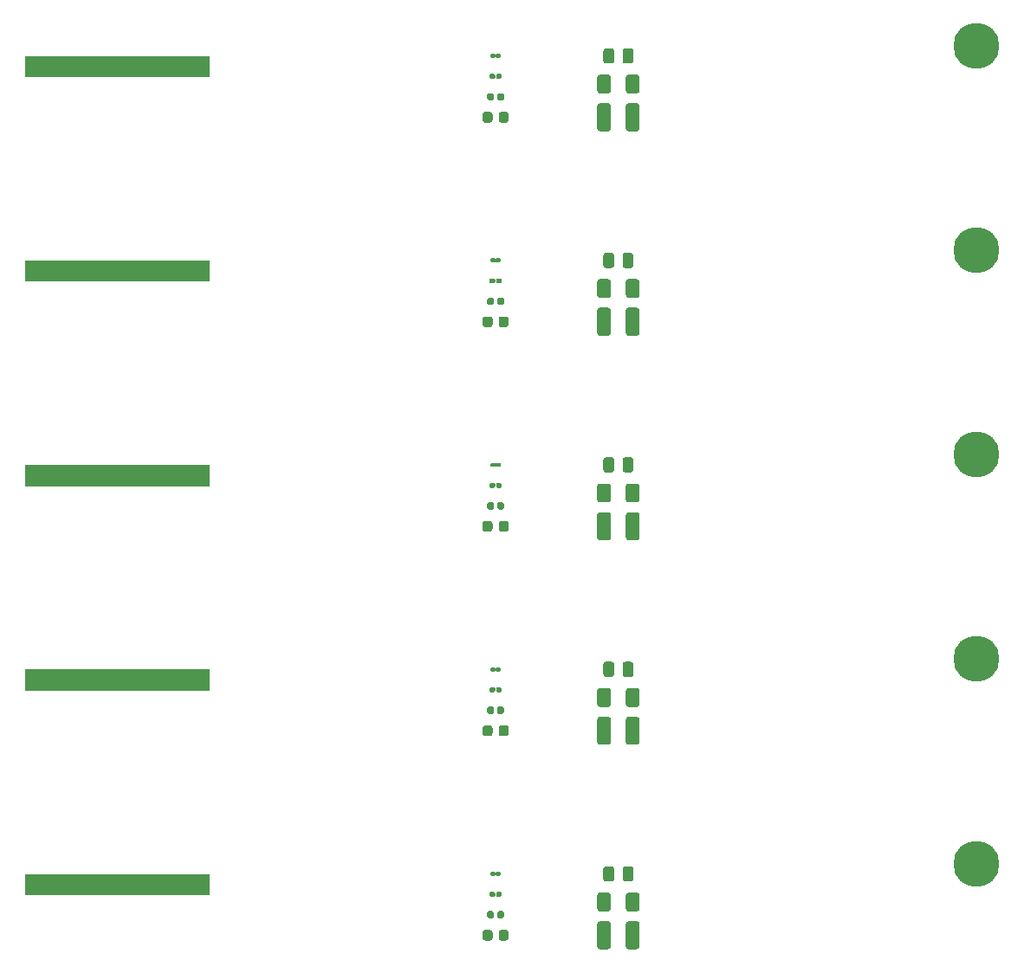
<source format=gbr>
%TF.GenerationSoftware,KiCad,Pcbnew,(5.1.6-0-10_14)*%
%TF.CreationDate,2020-07-24T19:17:44+09:00*%
%TF.ProjectId,pcb_ruler,7063625f-7275-46c6-9572-2e6b69636164,rev?*%
%TF.SameCoordinates,Original*%
%TF.FileFunction,Soldermask,Top*%
%TF.FilePolarity,Negative*%
%FSLAX46Y46*%
G04 Gerber Fmt 4.6, Leading zero omitted, Abs format (unit mm)*
G04 Created by KiCad (PCBNEW (5.1.6-0-10_14)) date 2020-07-24 19:17:44*
%MOMM*%
%LPD*%
G01*
G04 APERTURE LIST*
%ADD10C,0.100000*%
%ADD11C,4.500000*%
%ADD12C,0.800000*%
G04 APERTURE END LIST*
D10*
G36*
X120000000Y-193000000D02*
G01*
X102000000Y-193000000D01*
X102000000Y-191000000D01*
X120000000Y-191000000D01*
X120000000Y-193000000D01*
G37*
X120000000Y-193000000D02*
X102000000Y-193000000D01*
X102000000Y-191000000D01*
X120000000Y-191000000D01*
X120000000Y-193000000D01*
G36*
X120000000Y-173000000D02*
G01*
X102000000Y-173000000D01*
X102000000Y-171000000D01*
X120000000Y-171000000D01*
X120000000Y-173000000D01*
G37*
X120000000Y-173000000D02*
X102000000Y-173000000D01*
X102000000Y-171000000D01*
X120000000Y-171000000D01*
X120000000Y-173000000D01*
G36*
X120000000Y-153000000D02*
G01*
X102000000Y-153000000D01*
X102000000Y-151000000D01*
X120000000Y-151000000D01*
X120000000Y-153000000D01*
G37*
X120000000Y-153000000D02*
X102000000Y-153000000D01*
X102000000Y-151000000D01*
X120000000Y-151000000D01*
X120000000Y-153000000D01*
G36*
X120000000Y-133000000D02*
G01*
X102000000Y-133000000D01*
X102000000Y-131000000D01*
X120000000Y-131000000D01*
X120000000Y-133000000D01*
G37*
X120000000Y-133000000D02*
X102000000Y-133000000D01*
X102000000Y-131000000D01*
X120000000Y-131000000D01*
X120000000Y-133000000D01*
G36*
X120000000Y-113000000D02*
G01*
X102000000Y-113000000D01*
X102000000Y-111000000D01*
X120000000Y-111000000D01*
X120000000Y-113000000D01*
G37*
X120000000Y-113000000D02*
X102000000Y-113000000D01*
X102000000Y-111000000D01*
X120000000Y-111000000D01*
X120000000Y-113000000D01*
%TO.C,1005(0402)*%
G36*
G01*
X148140000Y-195197500D02*
X148140000Y-194802500D01*
G75*
G02*
X148312500Y-194630000I172500J0D01*
G01*
X148657500Y-194630000D01*
G75*
G02*
X148830000Y-194802500I0J-172500D01*
G01*
X148830000Y-195197500D01*
G75*
G02*
X148657500Y-195370000I-172500J0D01*
G01*
X148312500Y-195370000D01*
G75*
G02*
X148140000Y-195197500I0J172500D01*
G01*
G37*
G36*
G01*
X147170000Y-195197500D02*
X147170000Y-194802500D01*
G75*
G02*
X147342500Y-194630000I172500J0D01*
G01*
X147687500Y-194630000D01*
G75*
G02*
X147860000Y-194802500I0J-172500D01*
G01*
X147860000Y-195197500D01*
G75*
G02*
X147687500Y-195370000I-172500J0D01*
G01*
X147342500Y-195370000D01*
G75*
G02*
X147170000Y-195197500I0J172500D01*
G01*
G37*
%TD*%
%TO.C,0603(0201)*%
G36*
G01*
X147400000Y-193125000D02*
X147400000Y-192875000D01*
G75*
G02*
X147525000Y-192750000I125000J0D01*
G01*
X147835000Y-192750000D01*
G75*
G02*
X147960000Y-192875000I0J-125000D01*
G01*
X147960000Y-193125000D01*
G75*
G02*
X147835000Y-193250000I-125000J0D01*
G01*
X147525000Y-193250000D01*
G75*
G02*
X147400000Y-193125000I0J125000D01*
G01*
G37*
G36*
G01*
X148040000Y-193125000D02*
X148040000Y-192875000D01*
G75*
G02*
X148165000Y-192750000I125000J0D01*
G01*
X148475000Y-192750000D01*
G75*
G02*
X148600000Y-192875000I0J-125000D01*
G01*
X148600000Y-193125000D01*
G75*
G02*
X148475000Y-193250000I-125000J0D01*
G01*
X148165000Y-193250000D01*
G75*
G02*
X148040000Y-193125000I0J125000D01*
G01*
G37*
%TD*%
%TO.C,0402(01005)*%
G36*
G01*
X148000000Y-191100000D02*
X148000000Y-190900000D01*
G75*
G02*
X148100000Y-190800000I100000J0D01*
G01*
X148400000Y-190800000D01*
G75*
G02*
X148500000Y-190900000I0J-100000D01*
G01*
X148500000Y-191100000D01*
G75*
G02*
X148400000Y-191200000I-100000J0D01*
G01*
X148100000Y-191200000D01*
G75*
G02*
X148000000Y-191100000I0J100000D01*
G01*
G37*
G36*
G01*
X147500000Y-191100000D02*
X147500000Y-190900000D01*
G75*
G02*
X147600000Y-190800000I100000J0D01*
G01*
X147900000Y-190800000D01*
G75*
G02*
X148000000Y-190900000I0J-100000D01*
G01*
X148000000Y-191100000D01*
G75*
G02*
X147900000Y-191200000I-100000J0D01*
G01*
X147600000Y-191200000D01*
G75*
G02*
X147500000Y-191100000I0J100000D01*
G01*
G37*
%TD*%
%TO.C,1608(0603)*%
G36*
G01*
X148300000Y-197281250D02*
X148300000Y-196718750D01*
G75*
G02*
X148543750Y-196475000I243750J0D01*
G01*
X149031250Y-196475000D01*
G75*
G02*
X149275000Y-196718750I0J-243750D01*
G01*
X149275000Y-197281250D01*
G75*
G02*
X149031250Y-197525000I-243750J0D01*
G01*
X148543750Y-197525000D01*
G75*
G02*
X148300000Y-197281250I0J243750D01*
G01*
G37*
G36*
G01*
X146725000Y-197281250D02*
X146725000Y-196718750D01*
G75*
G02*
X146968750Y-196475000I243750J0D01*
G01*
X147456250Y-196475000D01*
G75*
G02*
X147700000Y-196718750I0J-243750D01*
G01*
X147700000Y-197281250D01*
G75*
G02*
X147456250Y-197525000I-243750J0D01*
G01*
X146968750Y-197525000D01*
G75*
G02*
X146725000Y-197281250I0J243750D01*
G01*
G37*
%TD*%
%TO.C,2012(0805)*%
G36*
G01*
X160400000Y-191481250D02*
X160400000Y-190518750D01*
G75*
G02*
X160668750Y-190250000I268750J0D01*
G01*
X161206250Y-190250000D01*
G75*
G02*
X161475000Y-190518750I0J-268750D01*
G01*
X161475000Y-191481250D01*
G75*
G02*
X161206250Y-191750000I-268750J0D01*
G01*
X160668750Y-191750000D01*
G75*
G02*
X160400000Y-191481250I0J268750D01*
G01*
G37*
G36*
G01*
X158525000Y-191481250D02*
X158525000Y-190518750D01*
G75*
G02*
X158793750Y-190250000I268750J0D01*
G01*
X159331250Y-190250000D01*
G75*
G02*
X159600000Y-190518750I0J-268750D01*
G01*
X159600000Y-191481250D01*
G75*
G02*
X159331250Y-191750000I-268750J0D01*
G01*
X158793750Y-191750000D01*
G75*
G02*
X158525000Y-191481250I0J268750D01*
G01*
G37*
%TD*%
%TO.C,3216(1206)*%
G36*
G01*
X157925000Y-194405000D02*
X157925000Y-193095000D01*
G75*
G02*
X158195000Y-192825000I270000J0D01*
G01*
X159005000Y-192825000D01*
G75*
G02*
X159275000Y-193095000I0J-270000D01*
G01*
X159275000Y-194405000D01*
G75*
G02*
X159005000Y-194675000I-270000J0D01*
G01*
X158195000Y-194675000D01*
G75*
G02*
X157925000Y-194405000I0J270000D01*
G01*
G37*
G36*
G01*
X160725000Y-194405000D02*
X160725000Y-193095000D01*
G75*
G02*
X160995000Y-192825000I270000J0D01*
G01*
X161805000Y-192825000D01*
G75*
G02*
X162075000Y-193095000I0J-270000D01*
G01*
X162075000Y-194405000D01*
G75*
G02*
X161805000Y-194675000I-270000J0D01*
G01*
X160995000Y-194675000D01*
G75*
G02*
X160725000Y-194405000I0J270000D01*
G01*
G37*
%TD*%
%TO.C,3225(1210)*%
G36*
G01*
X157925000Y-198105000D02*
X157925000Y-195895000D01*
G75*
G02*
X158195000Y-195625000I270000J0D01*
G01*
X159005000Y-195625000D01*
G75*
G02*
X159275000Y-195895000I0J-270000D01*
G01*
X159275000Y-198105000D01*
G75*
G02*
X159005000Y-198375000I-270000J0D01*
G01*
X158195000Y-198375000D01*
G75*
G02*
X157925000Y-198105000I0J270000D01*
G01*
G37*
G36*
G01*
X160725000Y-198105000D02*
X160725000Y-195895000D01*
G75*
G02*
X160995000Y-195625000I270000J0D01*
G01*
X161805000Y-195625000D01*
G75*
G02*
X162075000Y-195895000I0J-270000D01*
G01*
X162075000Y-198105000D01*
G75*
G02*
X161805000Y-198375000I-270000J0D01*
G01*
X160995000Y-198375000D01*
G75*
G02*
X160725000Y-198105000I0J270000D01*
G01*
G37*
%TD*%
D11*
%TO.C,REF\u002A\u002A*%
X195000000Y-190000000D03*
D12*
X196650000Y-190000000D03*
X196166726Y-191166726D03*
X195000000Y-191650000D03*
X193833274Y-191166726D03*
X193350000Y-190000000D03*
X193833274Y-188833274D03*
X195000000Y-188350000D03*
X196166726Y-188833274D03*
%TD*%
%TO.C,1005(0402)*%
G36*
G01*
X148140000Y-175197500D02*
X148140000Y-174802500D01*
G75*
G02*
X148312500Y-174630000I172500J0D01*
G01*
X148657500Y-174630000D01*
G75*
G02*
X148830000Y-174802500I0J-172500D01*
G01*
X148830000Y-175197500D01*
G75*
G02*
X148657500Y-175370000I-172500J0D01*
G01*
X148312500Y-175370000D01*
G75*
G02*
X148140000Y-175197500I0J172500D01*
G01*
G37*
G36*
G01*
X147170000Y-175197500D02*
X147170000Y-174802500D01*
G75*
G02*
X147342500Y-174630000I172500J0D01*
G01*
X147687500Y-174630000D01*
G75*
G02*
X147860000Y-174802500I0J-172500D01*
G01*
X147860000Y-175197500D01*
G75*
G02*
X147687500Y-175370000I-172500J0D01*
G01*
X147342500Y-175370000D01*
G75*
G02*
X147170000Y-175197500I0J172500D01*
G01*
G37*
%TD*%
%TO.C,0603(0201)*%
G36*
G01*
X147400000Y-173125000D02*
X147400000Y-172875000D01*
G75*
G02*
X147525000Y-172750000I125000J0D01*
G01*
X147835000Y-172750000D01*
G75*
G02*
X147960000Y-172875000I0J-125000D01*
G01*
X147960000Y-173125000D01*
G75*
G02*
X147835000Y-173250000I-125000J0D01*
G01*
X147525000Y-173250000D01*
G75*
G02*
X147400000Y-173125000I0J125000D01*
G01*
G37*
G36*
G01*
X148040000Y-173125000D02*
X148040000Y-172875000D01*
G75*
G02*
X148165000Y-172750000I125000J0D01*
G01*
X148475000Y-172750000D01*
G75*
G02*
X148600000Y-172875000I0J-125000D01*
G01*
X148600000Y-173125000D01*
G75*
G02*
X148475000Y-173250000I-125000J0D01*
G01*
X148165000Y-173250000D01*
G75*
G02*
X148040000Y-173125000I0J125000D01*
G01*
G37*
%TD*%
%TO.C,0402(01005)*%
G36*
G01*
X148000000Y-171100000D02*
X148000000Y-170900000D01*
G75*
G02*
X148100000Y-170800000I100000J0D01*
G01*
X148400000Y-170800000D01*
G75*
G02*
X148500000Y-170900000I0J-100000D01*
G01*
X148500000Y-171100000D01*
G75*
G02*
X148400000Y-171200000I-100000J0D01*
G01*
X148100000Y-171200000D01*
G75*
G02*
X148000000Y-171100000I0J100000D01*
G01*
G37*
G36*
G01*
X147500000Y-171100000D02*
X147500000Y-170900000D01*
G75*
G02*
X147600000Y-170800000I100000J0D01*
G01*
X147900000Y-170800000D01*
G75*
G02*
X148000000Y-170900000I0J-100000D01*
G01*
X148000000Y-171100000D01*
G75*
G02*
X147900000Y-171200000I-100000J0D01*
G01*
X147600000Y-171200000D01*
G75*
G02*
X147500000Y-171100000I0J100000D01*
G01*
G37*
%TD*%
%TO.C,1608(0603)*%
G36*
G01*
X148300000Y-177281250D02*
X148300000Y-176718750D01*
G75*
G02*
X148543750Y-176475000I243750J0D01*
G01*
X149031250Y-176475000D01*
G75*
G02*
X149275000Y-176718750I0J-243750D01*
G01*
X149275000Y-177281250D01*
G75*
G02*
X149031250Y-177525000I-243750J0D01*
G01*
X148543750Y-177525000D01*
G75*
G02*
X148300000Y-177281250I0J243750D01*
G01*
G37*
G36*
G01*
X146725000Y-177281250D02*
X146725000Y-176718750D01*
G75*
G02*
X146968750Y-176475000I243750J0D01*
G01*
X147456250Y-176475000D01*
G75*
G02*
X147700000Y-176718750I0J-243750D01*
G01*
X147700000Y-177281250D01*
G75*
G02*
X147456250Y-177525000I-243750J0D01*
G01*
X146968750Y-177525000D01*
G75*
G02*
X146725000Y-177281250I0J243750D01*
G01*
G37*
%TD*%
%TO.C,2012(0805)*%
G36*
G01*
X160400000Y-171481250D02*
X160400000Y-170518750D01*
G75*
G02*
X160668750Y-170250000I268750J0D01*
G01*
X161206250Y-170250000D01*
G75*
G02*
X161475000Y-170518750I0J-268750D01*
G01*
X161475000Y-171481250D01*
G75*
G02*
X161206250Y-171750000I-268750J0D01*
G01*
X160668750Y-171750000D01*
G75*
G02*
X160400000Y-171481250I0J268750D01*
G01*
G37*
G36*
G01*
X158525000Y-171481250D02*
X158525000Y-170518750D01*
G75*
G02*
X158793750Y-170250000I268750J0D01*
G01*
X159331250Y-170250000D01*
G75*
G02*
X159600000Y-170518750I0J-268750D01*
G01*
X159600000Y-171481250D01*
G75*
G02*
X159331250Y-171750000I-268750J0D01*
G01*
X158793750Y-171750000D01*
G75*
G02*
X158525000Y-171481250I0J268750D01*
G01*
G37*
%TD*%
%TO.C,3216(1206)*%
G36*
G01*
X157925000Y-174405000D02*
X157925000Y-173095000D01*
G75*
G02*
X158195000Y-172825000I270000J0D01*
G01*
X159005000Y-172825000D01*
G75*
G02*
X159275000Y-173095000I0J-270000D01*
G01*
X159275000Y-174405000D01*
G75*
G02*
X159005000Y-174675000I-270000J0D01*
G01*
X158195000Y-174675000D01*
G75*
G02*
X157925000Y-174405000I0J270000D01*
G01*
G37*
G36*
G01*
X160725000Y-174405000D02*
X160725000Y-173095000D01*
G75*
G02*
X160995000Y-172825000I270000J0D01*
G01*
X161805000Y-172825000D01*
G75*
G02*
X162075000Y-173095000I0J-270000D01*
G01*
X162075000Y-174405000D01*
G75*
G02*
X161805000Y-174675000I-270000J0D01*
G01*
X160995000Y-174675000D01*
G75*
G02*
X160725000Y-174405000I0J270000D01*
G01*
G37*
%TD*%
%TO.C,3225(1210)*%
G36*
G01*
X157925000Y-178105000D02*
X157925000Y-175895000D01*
G75*
G02*
X158195000Y-175625000I270000J0D01*
G01*
X159005000Y-175625000D01*
G75*
G02*
X159275000Y-175895000I0J-270000D01*
G01*
X159275000Y-178105000D01*
G75*
G02*
X159005000Y-178375000I-270000J0D01*
G01*
X158195000Y-178375000D01*
G75*
G02*
X157925000Y-178105000I0J270000D01*
G01*
G37*
G36*
G01*
X160725000Y-178105000D02*
X160725000Y-175895000D01*
G75*
G02*
X160995000Y-175625000I270000J0D01*
G01*
X161805000Y-175625000D01*
G75*
G02*
X162075000Y-175895000I0J-270000D01*
G01*
X162075000Y-178105000D01*
G75*
G02*
X161805000Y-178375000I-270000J0D01*
G01*
X160995000Y-178375000D01*
G75*
G02*
X160725000Y-178105000I0J270000D01*
G01*
G37*
%TD*%
D11*
%TO.C,REF\u002A\u002A*%
X195000000Y-170000000D03*
D12*
X196650000Y-170000000D03*
X196166726Y-171166726D03*
X195000000Y-171650000D03*
X193833274Y-171166726D03*
X193350000Y-170000000D03*
X193833274Y-168833274D03*
X195000000Y-168350000D03*
X196166726Y-168833274D03*
%TD*%
%TO.C,1005(0402)*%
G36*
G01*
X148140000Y-155197500D02*
X148140000Y-154802500D01*
G75*
G02*
X148312500Y-154630000I172500J0D01*
G01*
X148657500Y-154630000D01*
G75*
G02*
X148830000Y-154802500I0J-172500D01*
G01*
X148830000Y-155197500D01*
G75*
G02*
X148657500Y-155370000I-172500J0D01*
G01*
X148312500Y-155370000D01*
G75*
G02*
X148140000Y-155197500I0J172500D01*
G01*
G37*
G36*
G01*
X147170000Y-155197500D02*
X147170000Y-154802500D01*
G75*
G02*
X147342500Y-154630000I172500J0D01*
G01*
X147687500Y-154630000D01*
G75*
G02*
X147860000Y-154802500I0J-172500D01*
G01*
X147860000Y-155197500D01*
G75*
G02*
X147687500Y-155370000I-172500J0D01*
G01*
X147342500Y-155370000D01*
G75*
G02*
X147170000Y-155197500I0J172500D01*
G01*
G37*
%TD*%
%TO.C,0603(0201)*%
G36*
G01*
X147400000Y-153125000D02*
X147400000Y-152875000D01*
G75*
G02*
X147525000Y-152750000I125000J0D01*
G01*
X147835000Y-152750000D01*
G75*
G02*
X147960000Y-152875000I0J-125000D01*
G01*
X147960000Y-153125000D01*
G75*
G02*
X147835000Y-153250000I-125000J0D01*
G01*
X147525000Y-153250000D01*
G75*
G02*
X147400000Y-153125000I0J125000D01*
G01*
G37*
G36*
G01*
X148040000Y-153125000D02*
X148040000Y-152875000D01*
G75*
G02*
X148165000Y-152750000I125000J0D01*
G01*
X148475000Y-152750000D01*
G75*
G02*
X148600000Y-152875000I0J-125000D01*
G01*
X148600000Y-153125000D01*
G75*
G02*
X148475000Y-153250000I-125000J0D01*
G01*
X148165000Y-153250000D01*
G75*
G02*
X148040000Y-153125000I0J125000D01*
G01*
G37*
%TD*%
%TO.C,0402(01005)*%
G36*
G01*
X148000000Y-151100000D02*
X148000000Y-150900000D01*
G75*
G02*
X148100000Y-150800000I100000J0D01*
G01*
X148400000Y-150800000D01*
G75*
G02*
X148500000Y-150900000I0J-100000D01*
G01*
X148500000Y-151100000D01*
G75*
G02*
X148400000Y-151200000I-100000J0D01*
G01*
X148100000Y-151200000D01*
G75*
G02*
X148000000Y-151100000I0J100000D01*
G01*
G37*
G36*
G01*
X147500000Y-151100000D02*
X147500000Y-150900000D01*
G75*
G02*
X147600000Y-150800000I100000J0D01*
G01*
X147900000Y-150800000D01*
G75*
G02*
X148000000Y-150900000I0J-100000D01*
G01*
X148000000Y-151100000D01*
G75*
G02*
X147900000Y-151200000I-100000J0D01*
G01*
X147600000Y-151200000D01*
G75*
G02*
X147500000Y-151100000I0J100000D01*
G01*
G37*
%TD*%
%TO.C,1608(0603)*%
G36*
G01*
X148300000Y-157281250D02*
X148300000Y-156718750D01*
G75*
G02*
X148543750Y-156475000I243750J0D01*
G01*
X149031250Y-156475000D01*
G75*
G02*
X149275000Y-156718750I0J-243750D01*
G01*
X149275000Y-157281250D01*
G75*
G02*
X149031250Y-157525000I-243750J0D01*
G01*
X148543750Y-157525000D01*
G75*
G02*
X148300000Y-157281250I0J243750D01*
G01*
G37*
G36*
G01*
X146725000Y-157281250D02*
X146725000Y-156718750D01*
G75*
G02*
X146968750Y-156475000I243750J0D01*
G01*
X147456250Y-156475000D01*
G75*
G02*
X147700000Y-156718750I0J-243750D01*
G01*
X147700000Y-157281250D01*
G75*
G02*
X147456250Y-157525000I-243750J0D01*
G01*
X146968750Y-157525000D01*
G75*
G02*
X146725000Y-157281250I0J243750D01*
G01*
G37*
%TD*%
%TO.C,2012(0805)*%
G36*
G01*
X160400000Y-151481250D02*
X160400000Y-150518750D01*
G75*
G02*
X160668750Y-150250000I268750J0D01*
G01*
X161206250Y-150250000D01*
G75*
G02*
X161475000Y-150518750I0J-268750D01*
G01*
X161475000Y-151481250D01*
G75*
G02*
X161206250Y-151750000I-268750J0D01*
G01*
X160668750Y-151750000D01*
G75*
G02*
X160400000Y-151481250I0J268750D01*
G01*
G37*
G36*
G01*
X158525000Y-151481250D02*
X158525000Y-150518750D01*
G75*
G02*
X158793750Y-150250000I268750J0D01*
G01*
X159331250Y-150250000D01*
G75*
G02*
X159600000Y-150518750I0J-268750D01*
G01*
X159600000Y-151481250D01*
G75*
G02*
X159331250Y-151750000I-268750J0D01*
G01*
X158793750Y-151750000D01*
G75*
G02*
X158525000Y-151481250I0J268750D01*
G01*
G37*
%TD*%
%TO.C,3216(1206)*%
G36*
G01*
X157925000Y-154405000D02*
X157925000Y-153095000D01*
G75*
G02*
X158195000Y-152825000I270000J0D01*
G01*
X159005000Y-152825000D01*
G75*
G02*
X159275000Y-153095000I0J-270000D01*
G01*
X159275000Y-154405000D01*
G75*
G02*
X159005000Y-154675000I-270000J0D01*
G01*
X158195000Y-154675000D01*
G75*
G02*
X157925000Y-154405000I0J270000D01*
G01*
G37*
G36*
G01*
X160725000Y-154405000D02*
X160725000Y-153095000D01*
G75*
G02*
X160995000Y-152825000I270000J0D01*
G01*
X161805000Y-152825000D01*
G75*
G02*
X162075000Y-153095000I0J-270000D01*
G01*
X162075000Y-154405000D01*
G75*
G02*
X161805000Y-154675000I-270000J0D01*
G01*
X160995000Y-154675000D01*
G75*
G02*
X160725000Y-154405000I0J270000D01*
G01*
G37*
%TD*%
%TO.C,3225(1210)*%
G36*
G01*
X157925000Y-158105000D02*
X157925000Y-155895000D01*
G75*
G02*
X158195000Y-155625000I270000J0D01*
G01*
X159005000Y-155625000D01*
G75*
G02*
X159275000Y-155895000I0J-270000D01*
G01*
X159275000Y-158105000D01*
G75*
G02*
X159005000Y-158375000I-270000J0D01*
G01*
X158195000Y-158375000D01*
G75*
G02*
X157925000Y-158105000I0J270000D01*
G01*
G37*
G36*
G01*
X160725000Y-158105000D02*
X160725000Y-155895000D01*
G75*
G02*
X160995000Y-155625000I270000J0D01*
G01*
X161805000Y-155625000D01*
G75*
G02*
X162075000Y-155895000I0J-270000D01*
G01*
X162075000Y-158105000D01*
G75*
G02*
X161805000Y-158375000I-270000J0D01*
G01*
X160995000Y-158375000D01*
G75*
G02*
X160725000Y-158105000I0J270000D01*
G01*
G37*
%TD*%
D11*
%TO.C,REF\u002A\u002A*%
X195000000Y-150000000D03*
D12*
X196650000Y-150000000D03*
X196166726Y-151166726D03*
X195000000Y-151650000D03*
X193833274Y-151166726D03*
X193350000Y-150000000D03*
X193833274Y-148833274D03*
X195000000Y-148350000D03*
X196166726Y-148833274D03*
%TD*%
%TO.C,1005(0402)*%
G36*
G01*
X148140000Y-135197500D02*
X148140000Y-134802500D01*
G75*
G02*
X148312500Y-134630000I172500J0D01*
G01*
X148657500Y-134630000D01*
G75*
G02*
X148830000Y-134802500I0J-172500D01*
G01*
X148830000Y-135197500D01*
G75*
G02*
X148657500Y-135370000I-172500J0D01*
G01*
X148312500Y-135370000D01*
G75*
G02*
X148140000Y-135197500I0J172500D01*
G01*
G37*
G36*
G01*
X147170000Y-135197500D02*
X147170000Y-134802500D01*
G75*
G02*
X147342500Y-134630000I172500J0D01*
G01*
X147687500Y-134630000D01*
G75*
G02*
X147860000Y-134802500I0J-172500D01*
G01*
X147860000Y-135197500D01*
G75*
G02*
X147687500Y-135370000I-172500J0D01*
G01*
X147342500Y-135370000D01*
G75*
G02*
X147170000Y-135197500I0J172500D01*
G01*
G37*
%TD*%
%TO.C,0603(0201)*%
G36*
G01*
X147400000Y-133125000D02*
X147400000Y-132875000D01*
G75*
G02*
X147525000Y-132750000I125000J0D01*
G01*
X147835000Y-132750000D01*
G75*
G02*
X147960000Y-132875000I0J-125000D01*
G01*
X147960000Y-133125000D01*
G75*
G02*
X147835000Y-133250000I-125000J0D01*
G01*
X147525000Y-133250000D01*
G75*
G02*
X147400000Y-133125000I0J125000D01*
G01*
G37*
G36*
G01*
X148040000Y-133125000D02*
X148040000Y-132875000D01*
G75*
G02*
X148165000Y-132750000I125000J0D01*
G01*
X148475000Y-132750000D01*
G75*
G02*
X148600000Y-132875000I0J-125000D01*
G01*
X148600000Y-133125000D01*
G75*
G02*
X148475000Y-133250000I-125000J0D01*
G01*
X148165000Y-133250000D01*
G75*
G02*
X148040000Y-133125000I0J125000D01*
G01*
G37*
%TD*%
%TO.C,0402(01005)*%
G36*
G01*
X148000000Y-131100000D02*
X148000000Y-130900000D01*
G75*
G02*
X148100000Y-130800000I100000J0D01*
G01*
X148400000Y-130800000D01*
G75*
G02*
X148500000Y-130900000I0J-100000D01*
G01*
X148500000Y-131100000D01*
G75*
G02*
X148400000Y-131200000I-100000J0D01*
G01*
X148100000Y-131200000D01*
G75*
G02*
X148000000Y-131100000I0J100000D01*
G01*
G37*
G36*
G01*
X147500000Y-131100000D02*
X147500000Y-130900000D01*
G75*
G02*
X147600000Y-130800000I100000J0D01*
G01*
X147900000Y-130800000D01*
G75*
G02*
X148000000Y-130900000I0J-100000D01*
G01*
X148000000Y-131100000D01*
G75*
G02*
X147900000Y-131200000I-100000J0D01*
G01*
X147600000Y-131200000D01*
G75*
G02*
X147500000Y-131100000I0J100000D01*
G01*
G37*
%TD*%
%TO.C,1608(0603)*%
G36*
G01*
X148300000Y-137281250D02*
X148300000Y-136718750D01*
G75*
G02*
X148543750Y-136475000I243750J0D01*
G01*
X149031250Y-136475000D01*
G75*
G02*
X149275000Y-136718750I0J-243750D01*
G01*
X149275000Y-137281250D01*
G75*
G02*
X149031250Y-137525000I-243750J0D01*
G01*
X148543750Y-137525000D01*
G75*
G02*
X148300000Y-137281250I0J243750D01*
G01*
G37*
G36*
G01*
X146725000Y-137281250D02*
X146725000Y-136718750D01*
G75*
G02*
X146968750Y-136475000I243750J0D01*
G01*
X147456250Y-136475000D01*
G75*
G02*
X147700000Y-136718750I0J-243750D01*
G01*
X147700000Y-137281250D01*
G75*
G02*
X147456250Y-137525000I-243750J0D01*
G01*
X146968750Y-137525000D01*
G75*
G02*
X146725000Y-137281250I0J243750D01*
G01*
G37*
%TD*%
%TO.C,2012(0805)*%
G36*
G01*
X160400000Y-131481250D02*
X160400000Y-130518750D01*
G75*
G02*
X160668750Y-130250000I268750J0D01*
G01*
X161206250Y-130250000D01*
G75*
G02*
X161475000Y-130518750I0J-268750D01*
G01*
X161475000Y-131481250D01*
G75*
G02*
X161206250Y-131750000I-268750J0D01*
G01*
X160668750Y-131750000D01*
G75*
G02*
X160400000Y-131481250I0J268750D01*
G01*
G37*
G36*
G01*
X158525000Y-131481250D02*
X158525000Y-130518750D01*
G75*
G02*
X158793750Y-130250000I268750J0D01*
G01*
X159331250Y-130250000D01*
G75*
G02*
X159600000Y-130518750I0J-268750D01*
G01*
X159600000Y-131481250D01*
G75*
G02*
X159331250Y-131750000I-268750J0D01*
G01*
X158793750Y-131750000D01*
G75*
G02*
X158525000Y-131481250I0J268750D01*
G01*
G37*
%TD*%
%TO.C,3216(1206)*%
G36*
G01*
X157925000Y-134405000D02*
X157925000Y-133095000D01*
G75*
G02*
X158195000Y-132825000I270000J0D01*
G01*
X159005000Y-132825000D01*
G75*
G02*
X159275000Y-133095000I0J-270000D01*
G01*
X159275000Y-134405000D01*
G75*
G02*
X159005000Y-134675000I-270000J0D01*
G01*
X158195000Y-134675000D01*
G75*
G02*
X157925000Y-134405000I0J270000D01*
G01*
G37*
G36*
G01*
X160725000Y-134405000D02*
X160725000Y-133095000D01*
G75*
G02*
X160995000Y-132825000I270000J0D01*
G01*
X161805000Y-132825000D01*
G75*
G02*
X162075000Y-133095000I0J-270000D01*
G01*
X162075000Y-134405000D01*
G75*
G02*
X161805000Y-134675000I-270000J0D01*
G01*
X160995000Y-134675000D01*
G75*
G02*
X160725000Y-134405000I0J270000D01*
G01*
G37*
%TD*%
%TO.C,3225(1210)*%
G36*
G01*
X157925000Y-138105000D02*
X157925000Y-135895000D01*
G75*
G02*
X158195000Y-135625000I270000J0D01*
G01*
X159005000Y-135625000D01*
G75*
G02*
X159275000Y-135895000I0J-270000D01*
G01*
X159275000Y-138105000D01*
G75*
G02*
X159005000Y-138375000I-270000J0D01*
G01*
X158195000Y-138375000D01*
G75*
G02*
X157925000Y-138105000I0J270000D01*
G01*
G37*
G36*
G01*
X160725000Y-138105000D02*
X160725000Y-135895000D01*
G75*
G02*
X160995000Y-135625000I270000J0D01*
G01*
X161805000Y-135625000D01*
G75*
G02*
X162075000Y-135895000I0J-270000D01*
G01*
X162075000Y-138105000D01*
G75*
G02*
X161805000Y-138375000I-270000J0D01*
G01*
X160995000Y-138375000D01*
G75*
G02*
X160725000Y-138105000I0J270000D01*
G01*
G37*
%TD*%
D11*
%TO.C,REF\u002A\u002A*%
X195000000Y-130000000D03*
D12*
X196650000Y-130000000D03*
X196166726Y-131166726D03*
X195000000Y-131650000D03*
X193833274Y-131166726D03*
X193350000Y-130000000D03*
X193833274Y-128833274D03*
X195000000Y-128350000D03*
X196166726Y-128833274D03*
%TD*%
%TO.C,REF\u002A\u002A*%
X196166726Y-108833274D03*
X195000000Y-108350000D03*
X193833274Y-108833274D03*
X193350000Y-110000000D03*
X193833274Y-111166726D03*
X195000000Y-111650000D03*
X196166726Y-111166726D03*
X196650000Y-110000000D03*
D11*
X195000000Y-110000000D03*
%TD*%
%TO.C,3225(1210)*%
G36*
G01*
X160725000Y-118105000D02*
X160725000Y-115895000D01*
G75*
G02*
X160995000Y-115625000I270000J0D01*
G01*
X161805000Y-115625000D01*
G75*
G02*
X162075000Y-115895000I0J-270000D01*
G01*
X162075000Y-118105000D01*
G75*
G02*
X161805000Y-118375000I-270000J0D01*
G01*
X160995000Y-118375000D01*
G75*
G02*
X160725000Y-118105000I0J270000D01*
G01*
G37*
G36*
G01*
X157925000Y-118105000D02*
X157925000Y-115895000D01*
G75*
G02*
X158195000Y-115625000I270000J0D01*
G01*
X159005000Y-115625000D01*
G75*
G02*
X159275000Y-115895000I0J-270000D01*
G01*
X159275000Y-118105000D01*
G75*
G02*
X159005000Y-118375000I-270000J0D01*
G01*
X158195000Y-118375000D01*
G75*
G02*
X157925000Y-118105000I0J270000D01*
G01*
G37*
%TD*%
%TO.C,3216(1206)*%
G36*
G01*
X160725000Y-114405000D02*
X160725000Y-113095000D01*
G75*
G02*
X160995000Y-112825000I270000J0D01*
G01*
X161805000Y-112825000D01*
G75*
G02*
X162075000Y-113095000I0J-270000D01*
G01*
X162075000Y-114405000D01*
G75*
G02*
X161805000Y-114675000I-270000J0D01*
G01*
X160995000Y-114675000D01*
G75*
G02*
X160725000Y-114405000I0J270000D01*
G01*
G37*
G36*
G01*
X157925000Y-114405000D02*
X157925000Y-113095000D01*
G75*
G02*
X158195000Y-112825000I270000J0D01*
G01*
X159005000Y-112825000D01*
G75*
G02*
X159275000Y-113095000I0J-270000D01*
G01*
X159275000Y-114405000D01*
G75*
G02*
X159005000Y-114675000I-270000J0D01*
G01*
X158195000Y-114675000D01*
G75*
G02*
X157925000Y-114405000I0J270000D01*
G01*
G37*
%TD*%
%TO.C,2012(0805)*%
G36*
G01*
X158525000Y-111481250D02*
X158525000Y-110518750D01*
G75*
G02*
X158793750Y-110250000I268750J0D01*
G01*
X159331250Y-110250000D01*
G75*
G02*
X159600000Y-110518750I0J-268750D01*
G01*
X159600000Y-111481250D01*
G75*
G02*
X159331250Y-111750000I-268750J0D01*
G01*
X158793750Y-111750000D01*
G75*
G02*
X158525000Y-111481250I0J268750D01*
G01*
G37*
G36*
G01*
X160400000Y-111481250D02*
X160400000Y-110518750D01*
G75*
G02*
X160668750Y-110250000I268750J0D01*
G01*
X161206250Y-110250000D01*
G75*
G02*
X161475000Y-110518750I0J-268750D01*
G01*
X161475000Y-111481250D01*
G75*
G02*
X161206250Y-111750000I-268750J0D01*
G01*
X160668750Y-111750000D01*
G75*
G02*
X160400000Y-111481250I0J268750D01*
G01*
G37*
%TD*%
%TO.C,1608(0603)*%
G36*
G01*
X146725000Y-117281250D02*
X146725000Y-116718750D01*
G75*
G02*
X146968750Y-116475000I243750J0D01*
G01*
X147456250Y-116475000D01*
G75*
G02*
X147700000Y-116718750I0J-243750D01*
G01*
X147700000Y-117281250D01*
G75*
G02*
X147456250Y-117525000I-243750J0D01*
G01*
X146968750Y-117525000D01*
G75*
G02*
X146725000Y-117281250I0J243750D01*
G01*
G37*
G36*
G01*
X148300000Y-117281250D02*
X148300000Y-116718750D01*
G75*
G02*
X148543750Y-116475000I243750J0D01*
G01*
X149031250Y-116475000D01*
G75*
G02*
X149275000Y-116718750I0J-243750D01*
G01*
X149275000Y-117281250D01*
G75*
G02*
X149031250Y-117525000I-243750J0D01*
G01*
X148543750Y-117525000D01*
G75*
G02*
X148300000Y-117281250I0J243750D01*
G01*
G37*
%TD*%
%TO.C,0402(01005)*%
G36*
G01*
X147500000Y-111100000D02*
X147500000Y-110900000D01*
G75*
G02*
X147600000Y-110800000I100000J0D01*
G01*
X147900000Y-110800000D01*
G75*
G02*
X148000000Y-110900000I0J-100000D01*
G01*
X148000000Y-111100000D01*
G75*
G02*
X147900000Y-111200000I-100000J0D01*
G01*
X147600000Y-111200000D01*
G75*
G02*
X147500000Y-111100000I0J100000D01*
G01*
G37*
G36*
G01*
X148000000Y-111100000D02*
X148000000Y-110900000D01*
G75*
G02*
X148100000Y-110800000I100000J0D01*
G01*
X148400000Y-110800000D01*
G75*
G02*
X148500000Y-110900000I0J-100000D01*
G01*
X148500000Y-111100000D01*
G75*
G02*
X148400000Y-111200000I-100000J0D01*
G01*
X148100000Y-111200000D01*
G75*
G02*
X148000000Y-111100000I0J100000D01*
G01*
G37*
%TD*%
%TO.C,0603(0201)*%
G36*
G01*
X148040000Y-113125000D02*
X148040000Y-112875000D01*
G75*
G02*
X148165000Y-112750000I125000J0D01*
G01*
X148475000Y-112750000D01*
G75*
G02*
X148600000Y-112875000I0J-125000D01*
G01*
X148600000Y-113125000D01*
G75*
G02*
X148475000Y-113250000I-125000J0D01*
G01*
X148165000Y-113250000D01*
G75*
G02*
X148040000Y-113125000I0J125000D01*
G01*
G37*
G36*
G01*
X147400000Y-113125000D02*
X147400000Y-112875000D01*
G75*
G02*
X147525000Y-112750000I125000J0D01*
G01*
X147835000Y-112750000D01*
G75*
G02*
X147960000Y-112875000I0J-125000D01*
G01*
X147960000Y-113125000D01*
G75*
G02*
X147835000Y-113250000I-125000J0D01*
G01*
X147525000Y-113250000D01*
G75*
G02*
X147400000Y-113125000I0J125000D01*
G01*
G37*
%TD*%
%TO.C,1005(0402)*%
G36*
G01*
X147170000Y-115197500D02*
X147170000Y-114802500D01*
G75*
G02*
X147342500Y-114630000I172500J0D01*
G01*
X147687500Y-114630000D01*
G75*
G02*
X147860000Y-114802500I0J-172500D01*
G01*
X147860000Y-115197500D01*
G75*
G02*
X147687500Y-115370000I-172500J0D01*
G01*
X147342500Y-115370000D01*
G75*
G02*
X147170000Y-115197500I0J172500D01*
G01*
G37*
G36*
G01*
X148140000Y-115197500D02*
X148140000Y-114802500D01*
G75*
G02*
X148312500Y-114630000I172500J0D01*
G01*
X148657500Y-114630000D01*
G75*
G02*
X148830000Y-114802500I0J-172500D01*
G01*
X148830000Y-115197500D01*
G75*
G02*
X148657500Y-115370000I-172500J0D01*
G01*
X148312500Y-115370000D01*
G75*
G02*
X148140000Y-115197500I0J172500D01*
G01*
G37*
%TD*%
M02*

</source>
